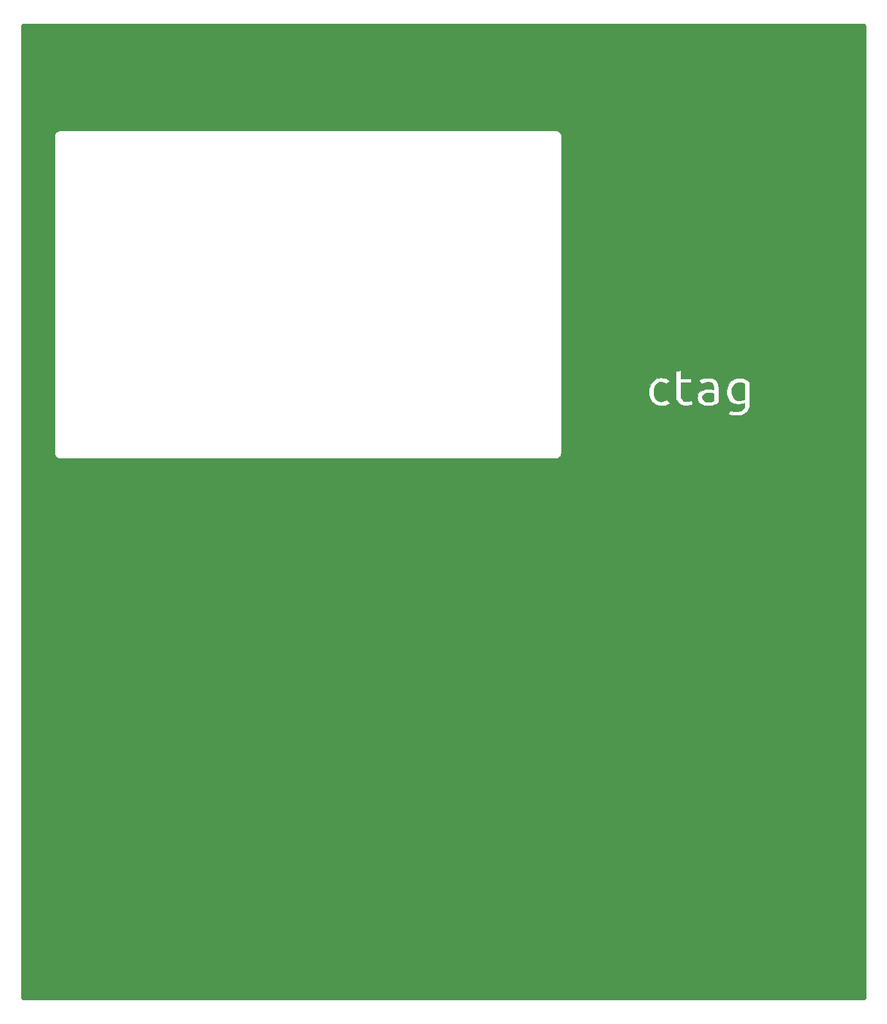
<source format=gbl>
G04 #@! TF.GenerationSoftware,KiCad,Pcbnew,(5.1.2)-1*
G04 #@! TF.CreationDate,2019-05-17T09:45:12+02:00*
G04 #@! TF.ProjectId,frontplate-ctag,66726f6e-7470-46c6-9174-652d63746167,rev?*
G04 #@! TF.SameCoordinates,Original*
G04 #@! TF.FileFunction,Copper,L2,Bot*
G04 #@! TF.FilePolarity,Positive*
%FSLAX46Y46*%
G04 Gerber Fmt 4.6, Leading zero omitted, Abs format (unit mm)*
G04 Created by KiCad (PCBNEW (5.1.2)-1) date 2019-05-17 09:45:12*
%MOMM*%
%LPD*%
G04 APERTURE LIST*
%ADD10C,0.010000*%
%ADD11C,7.200000*%
%ADD12C,7.200001*%
%ADD13C,6.200000*%
%ADD14C,6.200001*%
%ADD15C,3.400000*%
G04 APERTURE END LIST*
D10*
G36*
X164097546Y-37351932D02*
G01*
X164097546Y-101384947D01*
X164097547Y-165417962D01*
X163993637Y-165521871D01*
X163889728Y-165625780D01*
X52926365Y-165625780D01*
X52718547Y-165417962D01*
X52718547Y-84289405D01*
X57084314Y-84289405D01*
X57084400Y-85225463D01*
X57084618Y-86098649D01*
X57084976Y-86911142D01*
X57085479Y-87665120D01*
X57086132Y-88362764D01*
X57086942Y-89006254D01*
X57087914Y-89597767D01*
X57089054Y-90139484D01*
X57090367Y-90633585D01*
X57091860Y-91082248D01*
X57093538Y-91487653D01*
X57095407Y-91851979D01*
X57097473Y-92177406D01*
X57099741Y-92466113D01*
X57102218Y-92720279D01*
X57104908Y-92942085D01*
X57107818Y-93133709D01*
X57110954Y-93297331D01*
X57114321Y-93435129D01*
X57117925Y-93549285D01*
X57121771Y-93641976D01*
X57125867Y-93715383D01*
X57130216Y-93771684D01*
X57134826Y-93813059D01*
X57139701Y-93841688D01*
X57144557Y-93858993D01*
X57259540Y-94054644D01*
X57437087Y-94221881D01*
X57608047Y-94319986D01*
X57627994Y-94323456D01*
X57672688Y-94326786D01*
X57743721Y-94329980D01*
X57842685Y-94333039D01*
X57971173Y-94335967D01*
X58130777Y-94338767D01*
X58323090Y-94341441D01*
X58549704Y-94343992D01*
X58812211Y-94346423D01*
X59112205Y-94348736D01*
X59451278Y-94350934D01*
X59831021Y-94353021D01*
X60253028Y-94354998D01*
X60718891Y-94356869D01*
X61230202Y-94358637D01*
X61788554Y-94360303D01*
X62395540Y-94361872D01*
X63052751Y-94363345D01*
X63761781Y-94364726D01*
X64524221Y-94366016D01*
X65341665Y-94367220D01*
X66215704Y-94368340D01*
X67147932Y-94369378D01*
X68139939Y-94370337D01*
X69193320Y-94371220D01*
X70309667Y-94372030D01*
X71490571Y-94372770D01*
X72737626Y-94373442D01*
X74052424Y-94374049D01*
X75436557Y-94374594D01*
X76891618Y-94375080D01*
X78419200Y-94375509D01*
X80020894Y-94375884D01*
X81698293Y-94376208D01*
X83452990Y-94376484D01*
X85286577Y-94376714D01*
X87200646Y-94376902D01*
X89196791Y-94377050D01*
X90491823Y-94377123D01*
X92502573Y-94377214D01*
X94430387Y-94377276D01*
X96276992Y-94377305D01*
X98044120Y-94377300D01*
X99733498Y-94377255D01*
X101346857Y-94377169D01*
X102885926Y-94377037D01*
X104352434Y-94376856D01*
X105748112Y-94376622D01*
X107074687Y-94376333D01*
X108333890Y-94375985D01*
X109527451Y-94375575D01*
X110657098Y-94375099D01*
X111724561Y-94374554D01*
X112731570Y-94373937D01*
X113679854Y-94373243D01*
X114571142Y-94372471D01*
X115407164Y-94371616D01*
X116189649Y-94370675D01*
X116920327Y-94369645D01*
X117600927Y-94368523D01*
X118233179Y-94367304D01*
X118818812Y-94365986D01*
X119359555Y-94364566D01*
X119857138Y-94363039D01*
X120313291Y-94361403D01*
X120729742Y-94359654D01*
X121108222Y-94357789D01*
X121450459Y-94355804D01*
X121758184Y-94353697D01*
X122033125Y-94351463D01*
X122277012Y-94349100D01*
X122491575Y-94346604D01*
X122678542Y-94343972D01*
X122839644Y-94341200D01*
X122976610Y-94338285D01*
X123091169Y-94335223D01*
X123185051Y-94332012D01*
X123259985Y-94328647D01*
X123317700Y-94325126D01*
X123359926Y-94321446D01*
X123388393Y-94317602D01*
X123404830Y-94313591D01*
X123405990Y-94313135D01*
X123540134Y-94239120D01*
X123674968Y-94138108D01*
X123702123Y-94113206D01*
X123722093Y-94096647D01*
X123741033Y-94085175D01*
X123758972Y-94076598D01*
X123775935Y-94068720D01*
X123791951Y-94059348D01*
X123807046Y-94046289D01*
X123821248Y-94027348D01*
X123834583Y-94000332D01*
X123847078Y-93963046D01*
X123858761Y-93913297D01*
X123869658Y-93848892D01*
X123879797Y-93767636D01*
X123889205Y-93667335D01*
X123897908Y-93545797D01*
X123905934Y-93400825D01*
X123913310Y-93230228D01*
X123920064Y-93031811D01*
X123926221Y-92803381D01*
X123931809Y-92542743D01*
X123936855Y-92247704D01*
X123941386Y-91916069D01*
X123945430Y-91545646D01*
X123949013Y-91134240D01*
X123952162Y-90679657D01*
X123954905Y-90179704D01*
X123957268Y-89632187D01*
X123959279Y-89034911D01*
X123960964Y-88385684D01*
X123962351Y-87682310D01*
X123963467Y-86922598D01*
X123964339Y-86104352D01*
X123964765Y-85530893D01*
X135434333Y-85530893D01*
X135457241Y-85932565D01*
X135545334Y-86301129D01*
X135694787Y-86629725D01*
X135901773Y-86911491D01*
X136162468Y-87139566D01*
X136473044Y-87307089D01*
X136757676Y-87393500D01*
X137024201Y-87423676D01*
X137316567Y-87414152D01*
X137599641Y-87368293D01*
X137836837Y-87290131D01*
X137979309Y-87219578D01*
X138098935Y-87150998D01*
X138158052Y-87108805D01*
X138193699Y-87069579D01*
X138197306Y-87029324D01*
X138160686Y-86971310D01*
X138075654Y-86878807D01*
X138015520Y-86817528D01*
X137796353Y-86595604D01*
X137576777Y-86719526D01*
X137319560Y-86820366D01*
X137057384Y-86844131D01*
X136803706Y-86796383D01*
X136571984Y-86682686D01*
X136375678Y-86508602D01*
X136228244Y-86279696D01*
X136175145Y-86140127D01*
X136137054Y-85944539D01*
X136118861Y-85698898D01*
X136120377Y-85435403D01*
X136141414Y-85186252D01*
X136181785Y-84983642D01*
X136181897Y-84983264D01*
X136293179Y-84738460D01*
X136459820Y-84538814D01*
X136667499Y-84390141D01*
X136901895Y-84298256D01*
X137148687Y-84268971D01*
X137393555Y-84308102D01*
X137601113Y-84407057D01*
X137768625Y-84517911D01*
X138000252Y-84317938D01*
X138113268Y-84217935D01*
X138195739Y-84140323D01*
X138231493Y-84100390D01*
X138231880Y-84098956D01*
X138195291Y-84052114D01*
X138093314Y-83978314D01*
X137937635Y-83885642D01*
X137872047Y-83849939D01*
X137646391Y-83765908D01*
X137370871Y-83718994D01*
X137072258Y-83710323D01*
X136777323Y-83741021D01*
X136561608Y-83794816D01*
X136266309Y-83935795D01*
X136000251Y-84145864D01*
X135774715Y-84411376D01*
X135600981Y-84718681D01*
X135490329Y-85054131D01*
X135480437Y-85102975D01*
X135434333Y-85530893D01*
X123964765Y-85530893D01*
X123964993Y-85225378D01*
X123965457Y-84283484D01*
X123965758Y-83276475D01*
X123965821Y-82865727D01*
X138993880Y-82865727D01*
X138994116Y-84611170D01*
X138995220Y-85041786D01*
X138998301Y-85431712D01*
X139003191Y-85773543D01*
X139009724Y-86059875D01*
X139017733Y-86283303D01*
X139027052Y-86436424D01*
X139036841Y-86509577D01*
X139142376Y-86749067D01*
X139313594Y-86976065D01*
X139531798Y-87171141D01*
X139778290Y-87314866D01*
X139833350Y-87337251D01*
X139971281Y-87366680D01*
X140166718Y-87380243D01*
X140394196Y-87378945D01*
X140628250Y-87363791D01*
X140843419Y-87335785D01*
X141014236Y-87295933D01*
X141031818Y-87289949D01*
X141228257Y-87219653D01*
X141165512Y-86978633D01*
X141129952Y-86847580D01*
X141102077Y-86754862D01*
X141090173Y-86724658D01*
X141046111Y-86727861D01*
X140943020Y-86748823D01*
X140808313Y-86781714D01*
X140591372Y-86822444D01*
X140379236Y-86836103D01*
X140314889Y-86833362D01*
X140177173Y-86814602D01*
X140074040Y-86774161D01*
X139970448Y-86694825D01*
X139903611Y-86631352D01*
X139818624Y-86539913D01*
X139752820Y-86444799D01*
X139704029Y-86334227D01*
X139699865Y-86317322D01*
X141830449Y-86317322D01*
X141867650Y-86617754D01*
X141976030Y-86879134D01*
X142149714Y-87093378D01*
X142382824Y-87252398D01*
X142560172Y-87321362D01*
X142754112Y-87360138D01*
X143001711Y-87383415D01*
X143274924Y-87391111D01*
X143545706Y-87383141D01*
X143786013Y-87359422D01*
X143949780Y-87325520D01*
X144119866Y-87266282D01*
X144311514Y-87186908D01*
X144426596Y-87132661D01*
X144673479Y-87008062D01*
X144656714Y-85835671D01*
X144651385Y-85499730D01*
X145696864Y-85499730D01*
X145717947Y-85861335D01*
X145797041Y-86203869D01*
X145930071Y-86510595D01*
X146112964Y-86764776D01*
X146141642Y-86794543D01*
X146304441Y-86939687D01*
X146468793Y-87041399D01*
X146664482Y-87114941D01*
X146860947Y-87163187D01*
X147156974Y-87211426D01*
X147415755Y-87217175D01*
X147673669Y-87179755D01*
X147810713Y-87145465D01*
X148095547Y-87066483D01*
X148093688Y-87261881D01*
X148059792Y-87544590D01*
X147963335Y-87770922D01*
X147803283Y-87942666D01*
X147646559Y-88034211D01*
X147451240Y-88093935D01*
X147201483Y-88130499D01*
X146924375Y-88143594D01*
X146647001Y-88132915D01*
X146396448Y-88098153D01*
X146226969Y-88050291D01*
X146174436Y-88055213D01*
X146112311Y-88116975D01*
X146030001Y-88246277D01*
X146025886Y-88253447D01*
X145957208Y-88376911D01*
X145909570Y-88469103D01*
X145894213Y-88506781D01*
X145931478Y-88533666D01*
X146027149Y-88571611D01*
X146157045Y-88613043D01*
X146296982Y-88650383D01*
X146422778Y-88676058D01*
X146444547Y-88679183D01*
X146595065Y-88688892D01*
X146802799Y-88689636D01*
X147040915Y-88682645D01*
X147282578Y-88669153D01*
X147500954Y-88650390D01*
X147669208Y-88627589D01*
X147699533Y-88621569D01*
X147994262Y-88521208D01*
X148250797Y-88362477D01*
X148451828Y-88157073D01*
X148505469Y-88076997D01*
X148589347Y-87913260D01*
X148658482Y-87737614D01*
X148685655Y-87641266D01*
X148697623Y-87541153D01*
X148708046Y-87364212D01*
X148716729Y-87118272D01*
X148723471Y-86811162D01*
X148728074Y-86450711D01*
X148730339Y-86044746D01*
X148730547Y-85871294D01*
X148730547Y-84310642D01*
X148538622Y-84141704D01*
X148362675Y-83997311D01*
X148202435Y-83895675D01*
X148036271Y-83829709D01*
X147842555Y-83792327D01*
X147599656Y-83776442D01*
X147417210Y-83774280D01*
X147194012Y-83775271D01*
X147033771Y-83780721D01*
X146914782Y-83794346D01*
X146815337Y-83819863D01*
X146713731Y-83860988D01*
X146604521Y-83913419D01*
X146314236Y-84093936D01*
X146083431Y-84323358D01*
X145907054Y-84608814D01*
X145780049Y-84957433D01*
X145737866Y-85135793D01*
X145696864Y-85499730D01*
X144651385Y-85499730D01*
X144650857Y-85466502D01*
X144643875Y-85170765D01*
X144634077Y-84937224D01*
X144619772Y-84754646D01*
X144599271Y-84611797D01*
X144570883Y-84497443D01*
X144532917Y-84400350D01*
X144483683Y-84309284D01*
X144421490Y-84213011D01*
X144409981Y-84196016D01*
X144236156Y-84012805D01*
X143998252Y-83871826D01*
X143707342Y-83776318D01*
X143374500Y-83729521D01*
X143010800Y-83734672D01*
X142881479Y-83748914D01*
X142660982Y-83791504D01*
X142442789Y-83856032D01*
X142249242Y-83933949D01*
X142102680Y-84016705D01*
X142042319Y-84070084D01*
X142046470Y-84121610D01*
X142118576Y-84209005D01*
X142234787Y-84313650D01*
X142467213Y-84509069D01*
X142644912Y-84408134D01*
X142879768Y-84312318D01*
X143133394Y-84272018D01*
X143384625Y-84285771D01*
X143612296Y-84352115D01*
X143795241Y-84469586D01*
X143815099Y-84489014D01*
X143946574Y-84673312D01*
X144016409Y-84897721D01*
X144031547Y-85101855D01*
X144027770Y-85215603D01*
X144008661Y-85264185D01*
X143962548Y-85267021D01*
X143936297Y-85260361D01*
X143759578Y-85227616D01*
X143531521Y-85208400D01*
X143284509Y-85203614D01*
X143050922Y-85214162D01*
X142909327Y-85231741D01*
X142554585Y-85321150D01*
X142271945Y-85454022D01*
X142060049Y-85631724D01*
X141917539Y-85855621D01*
X141843058Y-86127080D01*
X141830449Y-86317322D01*
X139699865Y-86317322D01*
X139670081Y-86196409D01*
X139648805Y-86019562D01*
X139638031Y-85791900D01*
X139635589Y-85501636D01*
X139638514Y-85191751D01*
X139650047Y-84366947D01*
X141068213Y-84343733D01*
X141068213Y-83839827D01*
X140359130Y-83828220D01*
X139650047Y-83816614D01*
X139663996Y-83320601D01*
X139667572Y-83122420D01*
X139666849Y-82955026D01*
X139662158Y-82836694D01*
X139654377Y-82786454D01*
X139599958Y-82771670D01*
X139477477Y-82777624D01*
X139300589Y-82802908D01*
X139089130Y-82844749D01*
X138993880Y-82865727D01*
X123965821Y-82865727D01*
X123965924Y-82202157D01*
X123965980Y-81058336D01*
X123965955Y-79842819D01*
X123965874Y-78553412D01*
X123965766Y-77187921D01*
X123965658Y-75744153D01*
X123965576Y-74219912D01*
X123965546Y-72757509D01*
X123965496Y-71070881D01*
X123965341Y-69467340D01*
X123965078Y-67945307D01*
X123964704Y-66503203D01*
X123964214Y-65139448D01*
X123963606Y-63852463D01*
X123962875Y-62640668D01*
X123962018Y-61502485D01*
X123961031Y-60436334D01*
X123959911Y-59440636D01*
X123958653Y-58513811D01*
X123957255Y-57654280D01*
X123955711Y-56860464D01*
X123954020Y-56130784D01*
X123952176Y-55463659D01*
X123950177Y-54857511D01*
X123948019Y-54310761D01*
X123945698Y-53821829D01*
X123943210Y-53389135D01*
X123940552Y-53011102D01*
X123937719Y-52686148D01*
X123934709Y-52412695D01*
X123931518Y-52189164D01*
X123928141Y-52013975D01*
X123924576Y-51885548D01*
X123920819Y-51802306D01*
X123916865Y-51762667D01*
X123916650Y-51761753D01*
X123832792Y-51567214D01*
X123693598Y-51385943D01*
X123521674Y-51241796D01*
X123346887Y-51160504D01*
X123309016Y-51157431D01*
X123218229Y-51154495D01*
X123073509Y-51151695D01*
X122873837Y-51149029D01*
X122618195Y-51146496D01*
X122305565Y-51144096D01*
X121934929Y-51141827D01*
X121505268Y-51139688D01*
X121015564Y-51137678D01*
X120464800Y-51135796D01*
X119851956Y-51134040D01*
X119176016Y-51132410D01*
X118435960Y-51130905D01*
X117630770Y-51129523D01*
X116759429Y-51128263D01*
X115820918Y-51127125D01*
X114814219Y-51126106D01*
X113738314Y-51125207D01*
X112592184Y-51124425D01*
X111374812Y-51123760D01*
X110085179Y-51123211D01*
X108722267Y-51122777D01*
X107285058Y-51122455D01*
X105772534Y-51122246D01*
X104183676Y-51122149D01*
X102517467Y-51122161D01*
X100772888Y-51122282D01*
X98948921Y-51122511D01*
X97044548Y-51122847D01*
X95058751Y-51123289D01*
X92990511Y-51123835D01*
X90838811Y-51124484D01*
X90432720Y-51124615D01*
X57692713Y-51135280D01*
X57523380Y-51223717D01*
X57394548Y-51314385D01*
X57268458Y-51439158D01*
X57227047Y-51491946D01*
X57100047Y-51671739D01*
X57088599Y-72676010D01*
X57087743Y-74275995D01*
X57086968Y-75793493D01*
X57086281Y-77230683D01*
X57085687Y-78589744D01*
X57085192Y-79872857D01*
X57084801Y-81082200D01*
X57084521Y-82219953D01*
X57084357Y-83288295D01*
X57084314Y-84289405D01*
X52718547Y-84289405D01*
X52718547Y-37351932D01*
X52926365Y-37144114D01*
X163889728Y-37144114D01*
X164097546Y-37351932D01*
X164097546Y-37351932D01*
G37*
X164097546Y-37351932D02*
X164097546Y-101384947D01*
X164097547Y-165417962D01*
X163993637Y-165521871D01*
X163889728Y-165625780D01*
X52926365Y-165625780D01*
X52718547Y-165417962D01*
X52718547Y-84289405D01*
X57084314Y-84289405D01*
X57084400Y-85225463D01*
X57084618Y-86098649D01*
X57084976Y-86911142D01*
X57085479Y-87665120D01*
X57086132Y-88362764D01*
X57086942Y-89006254D01*
X57087914Y-89597767D01*
X57089054Y-90139484D01*
X57090367Y-90633585D01*
X57091860Y-91082248D01*
X57093538Y-91487653D01*
X57095407Y-91851979D01*
X57097473Y-92177406D01*
X57099741Y-92466113D01*
X57102218Y-92720279D01*
X57104908Y-92942085D01*
X57107818Y-93133709D01*
X57110954Y-93297331D01*
X57114321Y-93435129D01*
X57117925Y-93549285D01*
X57121771Y-93641976D01*
X57125867Y-93715383D01*
X57130216Y-93771684D01*
X57134826Y-93813059D01*
X57139701Y-93841688D01*
X57144557Y-93858993D01*
X57259540Y-94054644D01*
X57437087Y-94221881D01*
X57608047Y-94319986D01*
X57627994Y-94323456D01*
X57672688Y-94326786D01*
X57743721Y-94329980D01*
X57842685Y-94333039D01*
X57971173Y-94335967D01*
X58130777Y-94338767D01*
X58323090Y-94341441D01*
X58549704Y-94343992D01*
X58812211Y-94346423D01*
X59112205Y-94348736D01*
X59451278Y-94350934D01*
X59831021Y-94353021D01*
X60253028Y-94354998D01*
X60718891Y-94356869D01*
X61230202Y-94358637D01*
X61788554Y-94360303D01*
X62395540Y-94361872D01*
X63052751Y-94363345D01*
X63761781Y-94364726D01*
X64524221Y-94366016D01*
X65341665Y-94367220D01*
X66215704Y-94368340D01*
X67147932Y-94369378D01*
X68139939Y-94370337D01*
X69193320Y-94371220D01*
X70309667Y-94372030D01*
X71490571Y-94372770D01*
X72737626Y-94373442D01*
X74052424Y-94374049D01*
X75436557Y-94374594D01*
X76891618Y-94375080D01*
X78419200Y-94375509D01*
X80020894Y-94375884D01*
X81698293Y-94376208D01*
X83452990Y-94376484D01*
X85286577Y-94376714D01*
X87200646Y-94376902D01*
X89196791Y-94377050D01*
X90491823Y-94377123D01*
X92502573Y-94377214D01*
X94430387Y-94377276D01*
X96276992Y-94377305D01*
X98044120Y-94377300D01*
X99733498Y-94377255D01*
X101346857Y-94377169D01*
X102885926Y-94377037D01*
X104352434Y-94376856D01*
X105748112Y-94376622D01*
X107074687Y-94376333D01*
X108333890Y-94375985D01*
X109527451Y-94375575D01*
X110657098Y-94375099D01*
X111724561Y-94374554D01*
X112731570Y-94373937D01*
X113679854Y-94373243D01*
X114571142Y-94372471D01*
X115407164Y-94371616D01*
X116189649Y-94370675D01*
X116920327Y-94369645D01*
X117600927Y-94368523D01*
X118233179Y-94367304D01*
X118818812Y-94365986D01*
X119359555Y-94364566D01*
X119857138Y-94363039D01*
X120313291Y-94361403D01*
X120729742Y-94359654D01*
X121108222Y-94357789D01*
X121450459Y-94355804D01*
X121758184Y-94353697D01*
X122033125Y-94351463D01*
X122277012Y-94349100D01*
X122491575Y-94346604D01*
X122678542Y-94343972D01*
X122839644Y-94341200D01*
X122976610Y-94338285D01*
X123091169Y-94335223D01*
X123185051Y-94332012D01*
X123259985Y-94328647D01*
X123317700Y-94325126D01*
X123359926Y-94321446D01*
X123388393Y-94317602D01*
X123404830Y-94313591D01*
X123405990Y-94313135D01*
X123540134Y-94239120D01*
X123674968Y-94138108D01*
X123702123Y-94113206D01*
X123722093Y-94096647D01*
X123741033Y-94085175D01*
X123758972Y-94076598D01*
X123775935Y-94068720D01*
X123791951Y-94059348D01*
X123807046Y-94046289D01*
X123821248Y-94027348D01*
X123834583Y-94000332D01*
X123847078Y-93963046D01*
X123858761Y-93913297D01*
X123869658Y-93848892D01*
X123879797Y-93767636D01*
X123889205Y-93667335D01*
X123897908Y-93545797D01*
X123905934Y-93400825D01*
X123913310Y-93230228D01*
X123920064Y-93031811D01*
X123926221Y-92803381D01*
X123931809Y-92542743D01*
X123936855Y-92247704D01*
X123941386Y-91916069D01*
X123945430Y-91545646D01*
X123949013Y-91134240D01*
X123952162Y-90679657D01*
X123954905Y-90179704D01*
X123957268Y-89632187D01*
X123959279Y-89034911D01*
X123960964Y-88385684D01*
X123962351Y-87682310D01*
X123963467Y-86922598D01*
X123964339Y-86104352D01*
X123964765Y-85530893D01*
X135434333Y-85530893D01*
X135457241Y-85932565D01*
X135545334Y-86301129D01*
X135694787Y-86629725D01*
X135901773Y-86911491D01*
X136162468Y-87139566D01*
X136473044Y-87307089D01*
X136757676Y-87393500D01*
X137024201Y-87423676D01*
X137316567Y-87414152D01*
X137599641Y-87368293D01*
X137836837Y-87290131D01*
X137979309Y-87219578D01*
X138098935Y-87150998D01*
X138158052Y-87108805D01*
X138193699Y-87069579D01*
X138197306Y-87029324D01*
X138160686Y-86971310D01*
X138075654Y-86878807D01*
X138015520Y-86817528D01*
X137796353Y-86595604D01*
X137576777Y-86719526D01*
X137319560Y-86820366D01*
X137057384Y-86844131D01*
X136803706Y-86796383D01*
X136571984Y-86682686D01*
X136375678Y-86508602D01*
X136228244Y-86279696D01*
X136175145Y-86140127D01*
X136137054Y-85944539D01*
X136118861Y-85698898D01*
X136120377Y-85435403D01*
X136141414Y-85186252D01*
X136181785Y-84983642D01*
X136181897Y-84983264D01*
X136293179Y-84738460D01*
X136459820Y-84538814D01*
X136667499Y-84390141D01*
X136901895Y-84298256D01*
X137148687Y-84268971D01*
X137393555Y-84308102D01*
X137601113Y-84407057D01*
X137768625Y-84517911D01*
X138000252Y-84317938D01*
X138113268Y-84217935D01*
X138195739Y-84140323D01*
X138231493Y-84100390D01*
X138231880Y-84098956D01*
X138195291Y-84052114D01*
X138093314Y-83978314D01*
X137937635Y-83885642D01*
X137872047Y-83849939D01*
X137646391Y-83765908D01*
X137370871Y-83718994D01*
X137072258Y-83710323D01*
X136777323Y-83741021D01*
X136561608Y-83794816D01*
X136266309Y-83935795D01*
X136000251Y-84145864D01*
X135774715Y-84411376D01*
X135600981Y-84718681D01*
X135490329Y-85054131D01*
X135480437Y-85102975D01*
X135434333Y-85530893D01*
X123964765Y-85530893D01*
X123964993Y-85225378D01*
X123965457Y-84283484D01*
X123965758Y-83276475D01*
X123965821Y-82865727D01*
X138993880Y-82865727D01*
X138994116Y-84611170D01*
X138995220Y-85041786D01*
X138998301Y-85431712D01*
X139003191Y-85773543D01*
X139009724Y-86059875D01*
X139017733Y-86283303D01*
X139027052Y-86436424D01*
X139036841Y-86509577D01*
X139142376Y-86749067D01*
X139313594Y-86976065D01*
X139531798Y-87171141D01*
X139778290Y-87314866D01*
X139833350Y-87337251D01*
X139971281Y-87366680D01*
X140166718Y-87380243D01*
X140394196Y-87378945D01*
X140628250Y-87363791D01*
X140843419Y-87335785D01*
X141014236Y-87295933D01*
X141031818Y-87289949D01*
X141228257Y-87219653D01*
X141165512Y-86978633D01*
X141129952Y-86847580D01*
X141102077Y-86754862D01*
X141090173Y-86724658D01*
X141046111Y-86727861D01*
X140943020Y-86748823D01*
X140808313Y-86781714D01*
X140591372Y-86822444D01*
X140379236Y-86836103D01*
X140314889Y-86833362D01*
X140177173Y-86814602D01*
X140074040Y-86774161D01*
X139970448Y-86694825D01*
X139903611Y-86631352D01*
X139818624Y-86539913D01*
X139752820Y-86444799D01*
X139704029Y-86334227D01*
X139699865Y-86317322D01*
X141830449Y-86317322D01*
X141867650Y-86617754D01*
X141976030Y-86879134D01*
X142149714Y-87093378D01*
X142382824Y-87252398D01*
X142560172Y-87321362D01*
X142754112Y-87360138D01*
X143001711Y-87383415D01*
X143274924Y-87391111D01*
X143545706Y-87383141D01*
X143786013Y-87359422D01*
X143949780Y-87325520D01*
X144119866Y-87266282D01*
X144311514Y-87186908D01*
X144426596Y-87132661D01*
X144673479Y-87008062D01*
X144656714Y-85835671D01*
X144651385Y-85499730D01*
X145696864Y-85499730D01*
X145717947Y-85861335D01*
X145797041Y-86203869D01*
X145930071Y-86510595D01*
X146112964Y-86764776D01*
X146141642Y-86794543D01*
X146304441Y-86939687D01*
X146468793Y-87041399D01*
X146664482Y-87114941D01*
X146860947Y-87163187D01*
X147156974Y-87211426D01*
X147415755Y-87217175D01*
X147673669Y-87179755D01*
X147810713Y-87145465D01*
X148095547Y-87066483D01*
X148093688Y-87261881D01*
X148059792Y-87544590D01*
X147963335Y-87770922D01*
X147803283Y-87942666D01*
X147646559Y-88034211D01*
X147451240Y-88093935D01*
X147201483Y-88130499D01*
X146924375Y-88143594D01*
X146647001Y-88132915D01*
X146396448Y-88098153D01*
X146226969Y-88050291D01*
X146174436Y-88055213D01*
X146112311Y-88116975D01*
X146030001Y-88246277D01*
X146025886Y-88253447D01*
X145957208Y-88376911D01*
X145909570Y-88469103D01*
X145894213Y-88506781D01*
X145931478Y-88533666D01*
X146027149Y-88571611D01*
X146157045Y-88613043D01*
X146296982Y-88650383D01*
X146422778Y-88676058D01*
X146444547Y-88679183D01*
X146595065Y-88688892D01*
X146802799Y-88689636D01*
X147040915Y-88682645D01*
X147282578Y-88669153D01*
X147500954Y-88650390D01*
X147669208Y-88627589D01*
X147699533Y-88621569D01*
X147994262Y-88521208D01*
X148250797Y-88362477D01*
X148451828Y-88157073D01*
X148505469Y-88076997D01*
X148589347Y-87913260D01*
X148658482Y-87737614D01*
X148685655Y-87641266D01*
X148697623Y-87541153D01*
X148708046Y-87364212D01*
X148716729Y-87118272D01*
X148723471Y-86811162D01*
X148728074Y-86450711D01*
X148730339Y-86044746D01*
X148730547Y-85871294D01*
X148730547Y-84310642D01*
X148538622Y-84141704D01*
X148362675Y-83997311D01*
X148202435Y-83895675D01*
X148036271Y-83829709D01*
X147842555Y-83792327D01*
X147599656Y-83776442D01*
X147417210Y-83774280D01*
X147194012Y-83775271D01*
X147033771Y-83780721D01*
X146914782Y-83794346D01*
X146815337Y-83819863D01*
X146713731Y-83860988D01*
X146604521Y-83913419D01*
X146314236Y-84093936D01*
X146083431Y-84323358D01*
X145907054Y-84608814D01*
X145780049Y-84957433D01*
X145737866Y-85135793D01*
X145696864Y-85499730D01*
X144651385Y-85499730D01*
X144650857Y-85466502D01*
X144643875Y-85170765D01*
X144634077Y-84937224D01*
X144619772Y-84754646D01*
X144599271Y-84611797D01*
X144570883Y-84497443D01*
X144532917Y-84400350D01*
X144483683Y-84309284D01*
X144421490Y-84213011D01*
X144409981Y-84196016D01*
X144236156Y-84012805D01*
X143998252Y-83871826D01*
X143707342Y-83776318D01*
X143374500Y-83729521D01*
X143010800Y-83734672D01*
X142881479Y-83748914D01*
X142660982Y-83791504D01*
X142442789Y-83856032D01*
X142249242Y-83933949D01*
X142102680Y-84016705D01*
X142042319Y-84070084D01*
X142046470Y-84121610D01*
X142118576Y-84209005D01*
X142234787Y-84313650D01*
X142467213Y-84509069D01*
X142644912Y-84408134D01*
X142879768Y-84312318D01*
X143133394Y-84272018D01*
X143384625Y-84285771D01*
X143612296Y-84352115D01*
X143795241Y-84469586D01*
X143815099Y-84489014D01*
X143946574Y-84673312D01*
X144016409Y-84897721D01*
X144031547Y-85101855D01*
X144027770Y-85215603D01*
X144008661Y-85264185D01*
X143962548Y-85267021D01*
X143936297Y-85260361D01*
X143759578Y-85227616D01*
X143531521Y-85208400D01*
X143284509Y-85203614D01*
X143050922Y-85214162D01*
X142909327Y-85231741D01*
X142554585Y-85321150D01*
X142271945Y-85454022D01*
X142060049Y-85631724D01*
X141917539Y-85855621D01*
X141843058Y-86127080D01*
X141830449Y-86317322D01*
X139699865Y-86317322D01*
X139670081Y-86196409D01*
X139648805Y-86019562D01*
X139638031Y-85791900D01*
X139635589Y-85501636D01*
X139638514Y-85191751D01*
X139650047Y-84366947D01*
X141068213Y-84343733D01*
X141068213Y-83839827D01*
X140359130Y-83828220D01*
X139650047Y-83816614D01*
X139663996Y-83320601D01*
X139667572Y-83122420D01*
X139666849Y-82955026D01*
X139662158Y-82836694D01*
X139654377Y-82786454D01*
X139599958Y-82771670D01*
X139477477Y-82777624D01*
X139300589Y-82802908D01*
X139089130Y-82844749D01*
X138993880Y-82865727D01*
X123965821Y-82865727D01*
X123965924Y-82202157D01*
X123965980Y-81058336D01*
X123965955Y-79842819D01*
X123965874Y-78553412D01*
X123965766Y-77187921D01*
X123965658Y-75744153D01*
X123965576Y-74219912D01*
X123965546Y-72757509D01*
X123965496Y-71070881D01*
X123965341Y-69467340D01*
X123965078Y-67945307D01*
X123964704Y-66503203D01*
X123964214Y-65139448D01*
X123963606Y-63852463D01*
X123962875Y-62640668D01*
X123962018Y-61502485D01*
X123961031Y-60436334D01*
X123959911Y-59440636D01*
X123958653Y-58513811D01*
X123957255Y-57654280D01*
X123955711Y-56860464D01*
X123954020Y-56130784D01*
X123952176Y-55463659D01*
X123950177Y-54857511D01*
X123948019Y-54310761D01*
X123945698Y-53821829D01*
X123943210Y-53389135D01*
X123940552Y-53011102D01*
X123937719Y-52686148D01*
X123934709Y-52412695D01*
X123931518Y-52189164D01*
X123928141Y-52013975D01*
X123924576Y-51885548D01*
X123920819Y-51802306D01*
X123916865Y-51762667D01*
X123916650Y-51761753D01*
X123832792Y-51567214D01*
X123693598Y-51385943D01*
X123521674Y-51241796D01*
X123346887Y-51160504D01*
X123309016Y-51157431D01*
X123218229Y-51154495D01*
X123073509Y-51151695D01*
X122873837Y-51149029D01*
X122618195Y-51146496D01*
X122305565Y-51144096D01*
X121934929Y-51141827D01*
X121505268Y-51139688D01*
X121015564Y-51137678D01*
X120464800Y-51135796D01*
X119851956Y-51134040D01*
X119176016Y-51132410D01*
X118435960Y-51130905D01*
X117630770Y-51129523D01*
X116759429Y-51128263D01*
X115820918Y-51127125D01*
X114814219Y-51126106D01*
X113738314Y-51125207D01*
X112592184Y-51124425D01*
X111374812Y-51123760D01*
X110085179Y-51123211D01*
X108722267Y-51122777D01*
X107285058Y-51122455D01*
X105772534Y-51122246D01*
X104183676Y-51122149D01*
X102517467Y-51122161D01*
X100772888Y-51122282D01*
X98948921Y-51122511D01*
X97044548Y-51122847D01*
X95058751Y-51123289D01*
X92990511Y-51123835D01*
X90838811Y-51124484D01*
X90432720Y-51124615D01*
X57692713Y-51135280D01*
X57523380Y-51223717D01*
X57394548Y-51314385D01*
X57268458Y-51439158D01*
X57227047Y-51491946D01*
X57100047Y-51671739D01*
X57088599Y-72676010D01*
X57087743Y-74275995D01*
X57086968Y-75793493D01*
X57086281Y-77230683D01*
X57085687Y-78589744D01*
X57085192Y-79872857D01*
X57084801Y-81082200D01*
X57084521Y-82219953D01*
X57084357Y-83288295D01*
X57084314Y-84289405D01*
X52718547Y-84289405D01*
X52718547Y-37351932D01*
X52926365Y-37144114D01*
X163889728Y-37144114D01*
X164097546Y-37351932D01*
G36*
X147723644Y-84373146D02*
G01*
X147914129Y-84428628D01*
X147916400Y-84429652D01*
X148097087Y-84511664D01*
X148085733Y-85518805D01*
X148074380Y-86525947D01*
X147905047Y-86610019D01*
X147728495Y-86669861D01*
X147511656Y-86703352D01*
X147283989Y-86709775D01*
X147074955Y-86688411D01*
X146914012Y-86638545D01*
X146905994Y-86634342D01*
X146679495Y-86465333D01*
X146512838Y-86238879D01*
X146407968Y-85959311D01*
X146366832Y-85630962D01*
X146371205Y-85443380D01*
X146395467Y-85240986D01*
X146436062Y-85051123D01*
X146476752Y-84930315D01*
X146598031Y-84727802D01*
X146761415Y-84553542D01*
X146943881Y-84429775D01*
X147030955Y-84394990D01*
X147246773Y-84354946D01*
X147489431Y-84348124D01*
X147723644Y-84373146D01*
X147723644Y-84373146D01*
G37*
X147723644Y-84373146D02*
X147914129Y-84428628D01*
X147916400Y-84429652D01*
X148097087Y-84511664D01*
X148085733Y-85518805D01*
X148074380Y-86525947D01*
X147905047Y-86610019D01*
X147728495Y-86669861D01*
X147511656Y-86703352D01*
X147283989Y-86709775D01*
X147074955Y-86688411D01*
X146914012Y-86638545D01*
X146905994Y-86634342D01*
X146679495Y-86465333D01*
X146512838Y-86238879D01*
X146407968Y-85959311D01*
X146366832Y-85630962D01*
X146371205Y-85443380D01*
X146395467Y-85240986D01*
X146436062Y-85051123D01*
X146476752Y-84930315D01*
X146598031Y-84727802D01*
X146761415Y-84553542D01*
X146943881Y-84429775D01*
X147030955Y-84394990D01*
X147246773Y-84354946D01*
X147489431Y-84348124D01*
X147723644Y-84373146D01*
G36*
X143641244Y-85708952D02*
G01*
X143803122Y-85729779D01*
X143872797Y-85745006D01*
X144031547Y-85789093D01*
X144031547Y-86714273D01*
X143896635Y-86784038D01*
X143787556Y-86818688D01*
X143622469Y-86847072D01*
X143429940Y-86866841D01*
X143238538Y-86875647D01*
X143076829Y-86871140D01*
X142994380Y-86858213D01*
X142769857Y-86771292D01*
X142618541Y-86648778D01*
X142533441Y-86482220D01*
X142507547Y-86269816D01*
X142544980Y-86074760D01*
X142655853Y-85919121D01*
X142838020Y-85804166D01*
X143089336Y-85731157D01*
X143407658Y-85701359D01*
X143472714Y-85700683D01*
X143641244Y-85708952D01*
X143641244Y-85708952D01*
G37*
X143641244Y-85708952D02*
X143803122Y-85729779D01*
X143872797Y-85745006D01*
X144031547Y-85789093D01*
X144031547Y-86714273D01*
X143896635Y-86784038D01*
X143787556Y-86818688D01*
X143622469Y-86847072D01*
X143429940Y-86866841D01*
X143238538Y-86875647D01*
X143076829Y-86871140D01*
X142994380Y-86858213D01*
X142769857Y-86771292D01*
X142618541Y-86648778D01*
X142533441Y-86482220D01*
X142507547Y-86269816D01*
X142544980Y-86074760D01*
X142655853Y-85919121D01*
X142838020Y-85804166D01*
X143089336Y-85731157D01*
X143407658Y-85701359D01*
X143472714Y-85700683D01*
X143641244Y-85708952D01*
D11*
X156586879Y-52113780D03*
X152448972Y-102861361D03*
D12*
X123095708Y-102872256D03*
X93797524Y-102824916D03*
X64462586Y-102840381D03*
X141962972Y-72861114D03*
X67427950Y-126351504D03*
D13*
X62977886Y-145868120D03*
X71930285Y-145869240D03*
D14*
X81945483Y-145867220D03*
X90928445Y-145858820D03*
X104436940Y-145869250D03*
X113423879Y-145869230D03*
X126932477Y-132861453D03*
X135925237Y-132867885D03*
X144937733Y-132869548D03*
X153931059Y-132873256D03*
X126948918Y-145858640D03*
X135941670Y-145865070D03*
X144954167Y-145866730D03*
X153947499Y-145870440D03*
D15*
X156586879Y-40113780D03*
X60186879Y-162613780D03*
X156586879Y-162613780D03*
X60186879Y-40113780D03*
M02*

</source>
